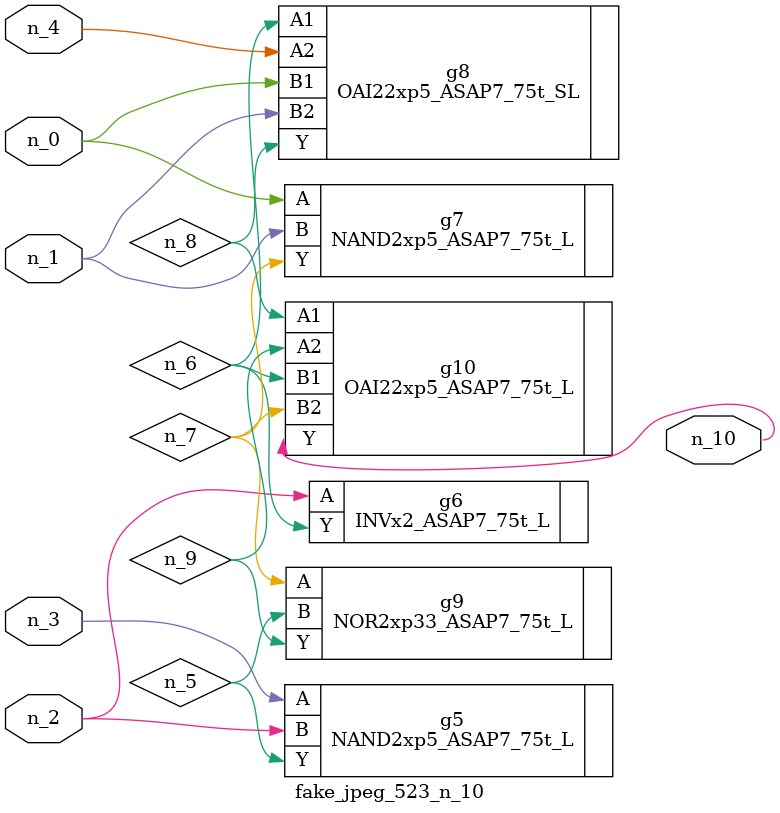
<source format=v>
module fake_jpeg_523_n_10 (n_3, n_2, n_1, n_0, n_4, n_10);

input n_3;
input n_2;
input n_1;
input n_0;
input n_4;

output n_10;

wire n_8;
wire n_9;
wire n_6;
wire n_5;
wire n_7;

NAND2xp5_ASAP7_75t_L g5 ( 
.A(n_3),
.B(n_2),
.Y(n_5)
);

INVx2_ASAP7_75t_L g6 ( 
.A(n_2),
.Y(n_6)
);

NAND2xp5_ASAP7_75t_L g7 ( 
.A(n_0),
.B(n_1),
.Y(n_7)
);

OAI22xp5_ASAP7_75t_SL g8 ( 
.A1(n_6),
.A2(n_4),
.B1(n_0),
.B2(n_1),
.Y(n_8)
);

OAI22xp5_ASAP7_75t_L g10 ( 
.A1(n_8),
.A2(n_9),
.B1(n_6),
.B2(n_7),
.Y(n_10)
);

NOR2xp33_ASAP7_75t_L g9 ( 
.A(n_7),
.B(n_5),
.Y(n_9)
);


endmodule
</source>
